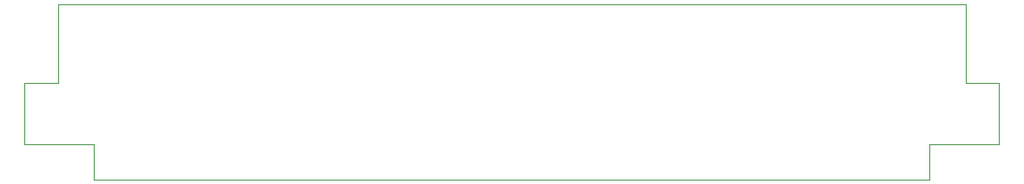
<source format=gbr>
G04 #@! TF.GenerationSoftware,KiCad,Pcbnew,(5.0.0)*
G04 #@! TF.CreationDate,2019-08-31T23:30:06+01:00*
G04 #@! TF.ProjectId,A-FJ,412D464A2E6B696361645F7063620000,rev?*
G04 #@! TF.SameCoordinates,Original*
G04 #@! TF.FileFunction,Other,User*
%FSLAX46Y46*%
G04 Gerber Fmt 4.6, Leading zero omitted, Abs format (unit mm)*
G04 Created by KiCad (PCBNEW (5.0.0)) date 08/31/19 23:30:06*
%MOMM*%
%LPD*%
G01*
G04 APERTURE LIST*
%ADD10C,0.050000*%
G04 APERTURE END LIST*
D10*
G04 #@! TO.C,J1*
X38255000Y-34751000D02*
X119695000Y-34751000D01*
X38255000Y-31321000D02*
X38255000Y-34751000D01*
X37475000Y-31321000D02*
X38255000Y-31321000D01*
X31475000Y-31321000D02*
X37475000Y-31321000D01*
X31475000Y-25321000D02*
X31475000Y-31321000D01*
X34725000Y-25321000D02*
X31475000Y-25321000D01*
X34725000Y-17621000D02*
X34725000Y-25321000D01*
X123225000Y-17621000D02*
X34725000Y-17621000D01*
X123225000Y-25321000D02*
X123225000Y-17621000D01*
X126475000Y-25321000D02*
X123225000Y-25321000D01*
X126475000Y-31321000D02*
X126475000Y-25321000D01*
X119695000Y-31321000D02*
X126475000Y-31321000D01*
X119695000Y-34751000D02*
X119695000Y-31321000D01*
G04 #@! TD*
M02*

</source>
